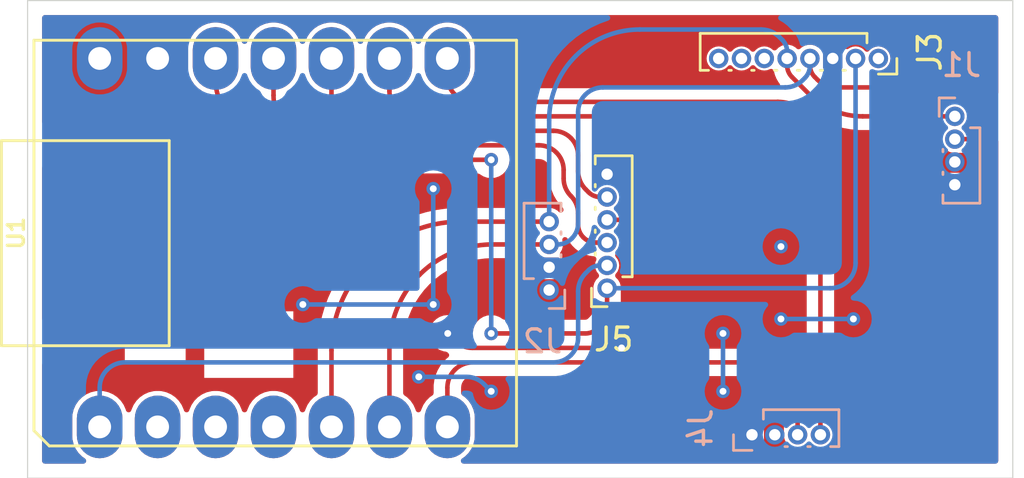
<source format=kicad_pcb>
(kicad_pcb (version 20240108) (generator "pcbnew") (generator_version "8.0")
  (layers (0 "F.Cu" signal) (31 "B.Cu" signal) (34 "B.Paste" user) (35 "F.Paste" user) (36 "B.SilkS" user "B.Silkscreen") (37 "F.SilkS" user "F.Silkscreen") (38 "B.Mask" user) (39 "F.Mask" user) (44 "Edge.Cuts" user))
  (net 0 "")
  (net 1 "VCC")
  (net 2 "scl")
  (net 3 "sda")
  (net 4 "GND")
  (net 8 "VDD")
  (net 10 "tx")
  (net 11 "rx")
  (net 15 "cs")
  (net 16 "sclk")
  (net 17 "miso")
  (net 18 "mosi")
  (footprint "Connector_PinSocket_1.00mm:PinSocket_1x08_P1.00mm_Vertical" (layer "F.Cu") (at 55.07 20.32 -90)
    (property "Reference" "J3" (at -0.29 -2.25 90) (layer "F.SilkS"))
    (property "Value" "imu")
    (fp_line (start -1.1 7.81) (end 0.52 7.81) (stroke (width 0.12)) (layer "F.SilkS"))
    (fp_line (start 0.52 7.445898) (end 0.52 7.81) (stroke (width 0.12)) (layer "F.SilkS"))
    (fp_line (start 0.52 6.445898) (end 0.52 6.554102) (stroke (width 0.12)) (layer "F.SilkS"))
    (fp_line (start 0.52 5.445898) (end 0.52 5.554102) (stroke (width 0.12)) (layer "F.SilkS"))
    (fp_line (start 0.52 4.445898) (end 0.52 4.554102) (stroke (width 0.12)) (layer "F.SilkS"))
    (fp_line (start 0.52 3.445898) (end 0.52 3.554102) (stroke (width 0.12)) (layer "F.SilkS"))
    (fp_line (start 0.52 2.445898) (end 0.52 2.554102) (stroke (width 0.12)) (layer "F.SilkS"))
    (fp_line (start 0.52 1.445898) (end 0.52 1.554102) (stroke (width 0.12)) (layer "F.SilkS"))
    (fp_line (start -1.1 0.5) (end -1.1 7.81) (stroke (width 0.12)) (layer "F.SilkS"))
    (fp_line (start -1.1 0.5) (end -0.685 0.5) (stroke (width 0.12)) (layer "F.SilkS"))
    (fp_line (start 0 -0.81) (end 0.685 -0.81) (stroke (width 0.12)) (layer "F.SilkS"))
    (fp_line (start 0.685 -0.81) (end 0.685 0) (stroke (width 0.12)) (layer "F.SilkS"))
    (pad "1" thru_hole circle (at 0 0 270) (size 0.85 0.85) (drill 0.5) (layers "*.Cu" "*.Mask") (clearance 0.1))
    (pad "2" thru_hole circle (at 0 1 270) (size 0.85 0.85) (drill 0.5) (layers "*.Cu" "*.Mask") (net 8 "VDD") (clearance 0.1))
    (pad "3" thru_hole rect (at 0 2 270) (size 0.85 0.85) (drill 0.5) (layers "*.Cu" "*.Mask") (net 4 "GND") (clearance 0.1))
    (pad "4" thru_hole circle (at 0 3 270) (size 0.85 0.85) (drill 0.5) (layers "*.Cu" "*.Mask") (net 2 "scl") (clearance 0.1))
    (pad "5" thru_hole circle (at 0 4 270) (size 0.85 0.85) (drill 0.5) (layers "*.Cu" "*.Mask") (net 3 "sda") (clearance 0.1))
    (pad "6" thru_hole circle (at 0 5 270) (size 0.85 0.85) (drill 0.5) (layers "*.Cu" "*.Mask") (clearance 0.1))
    (pad "7" thru_hole circle (at 0 6 270) (size 0.85 0.85) (drill 0.5) (layers "*.Cu" "*.Mask") (clearance 0.1))
    (pad "8" thru_hole circle (at 0 7 270) (size 0.85 0.85) (drill 0.5) (layers "*.Cu" "*.Mask") (clearance 0.1))
  )
  (footprint "Connector_PinSocket_1.00mm:PinSocket_1x06_P1.00mm_Vertical" (layer "F.Cu") (at 43.18 30.4 180)
    (property "Reference" "J5" (at -0.29 -2.25 180) (layer "F.SilkS"))
    (property "Value" "sd card")
    (fp_line (start 0.685 -0.81) (end 0.685 0) (stroke (width 0.12)) (layer "F.SilkS"))
    (fp_line (start 0.52 5.445898) (end 0.52 5.81) (stroke (width 0.12)) (layer "F.SilkS"))
    (fp_line (start 0.52 4.445898) (end 0.52 4.554102) (stroke (width 0.12)) (layer "F.SilkS"))
    (fp_line (start 0.52 3.445898) (end 0.52 3.554102) (stroke (width 0.12)) (layer "F.SilkS"))
    (fp_line (start 0.52 2.445898) (end 0.52 2.554102) (stroke (width 0.12)) (layer "F.SilkS"))
    (fp_line (start 0.52 1.445898) (end 0.52 1.554102) (stroke (width 0.12)) (layer "F.SilkS"))
    (fp_line (start 0 -0.81) (end 0.685 -0.81) (stroke (width 0.12)) (layer "F.SilkS"))
    (fp_line (start -1.1 5.81) (end 0.52 5.81) (stroke (width 0.12)) (layer "F.SilkS"))
    (fp_line (start -1.1 0.5) (end -0.685 0.5) (stroke (width 0.12)) (layer "F.SilkS"))
    (fp_line (start -1.1 0.5) (end -1.1 5.81) (stroke (width 0.12)) (layer "F.SilkS"))
    (pad "1" thru_hole oval (at 0 0 180) (size 0.85 0.85) (drill 0.5) (layers "*.Cu" "*.Mask") (net 8 "VDD") (clearance 0.1))
    (pad "2" thru_hole oval (at 0 1 180) (size 0.85 0.85) (drill 0.5) (layers "*.Cu" "*.Mask") (net 15 "cs") (clearance 0.1))
    (pad "3" thru_hole oval (at 0 2 180) (size 0.85 0.85) (drill 0.5) (layers "*.Cu" "*.Mask") (net 18 "mosi") (clearance 0.1))
    (pad "4" thru_hole oval (at 0 3 180) (size 0.85 0.85) (drill 0.5) (layers "*.Cu" "*.Mask") (net 16 "sclk") (clearance 0.1))
    (pad "5" thru_hole oval (at 0 4 180) (size 0.85 0.85) (drill 0.5) (layers "*.Cu" "*.Mask") (net 17 "miso") (clearance 0.1))
    (pad "6" thru_hole rect (at 0 5 180) (size 0.85 0.85) (drill 0.5) (layers "*.Cu" "*.Mask") (net 4 "GND") (clearance 0.1))
  )
  (footprint "xiao ESP32S3_PCB:MOUDLE14P-SMD-2.54-21X17.8MM" (layer "F.Cu") (at 39.05925 37.32 90)
    (property "Reference" "U1" (at 9.3345 -21.7805 90) (layer "F.SilkS") (effects (font (size 0.7 0.7))))
    (property "Value" "MOUDLE-SEEEDUINO-XIAO-ESP32S3")
    (fp_line (start 13.395 -22.424) (end 13.395 -15.072) (stroke (width 0.127)) (layer "F.SilkS"))
    (fp_line (start 4.4 -22.424) (end 13.395 -22.424) (stroke (width 0.127)) (layer "F.SilkS"))
    (fp_line (start 17.8 -21) (end 0.671541 -21) (stroke (width 0.127)) (layer "F.SilkS"))
    (fp_line (start 0.671541 -21) (end 0 -20.3285) (stroke (width 0.127)) (layer "F.SilkS"))
    (fp_line (start 0 -20.3285) (end 0 0.15) (stroke (width 0.127)) (layer "F.SilkS"))
    (fp_line (start 13.395 -15.072) (end 4.396 -15.072) (stroke (width 0.127)) (layer "F.SilkS"))
    (fp_line (start 4.396 -15.072) (end 4.396 -22.425) (stroke (width 0.127)) (layer "F.SilkS"))
    (fp_line (start 17.8 0.15) (end 17.8 -21) (stroke (width 0.127)) (layer "F.SilkS"))
    (fp_line (start 0 0.15) (end 17.8 0.15) (stroke (width 0.127)) (layer "F.SilkS"))
    (pad "1" thru_hole roundrect (at 0.835 -18.12 90) (size 2.75 2) (drill 1) (layers "*.Cu" "*.Mask") (roundrect_rratio 0.5) (net 15 "cs") (clearance 0.2))
    (pad "2" thru_hole roundrect (at 0.835 -15.58 90) (size 2.75 2) (drill 1) (layers "*.Cu" "*.Mask") (roundrect_rratio 0.5) (clearance 0.2))
    (pad "3" thru_hole roundrect (at 0.835 -13.04 90) (size 2.75 2) (drill 1) (layers "*.Cu" "*.Mask") (roundrect_rratio 0.5) (clearance 0.2))
    (pad "4" thru_hole roundrect (at 0.835 -10.5 90) (size 2.75 2) (drill 1) (layers "*.Cu" "*.Mask") (roundrect_rratio 0.5) (clearance 0.2))
    (pad "5" thru_hole roundrect (at 0.835 -7.96 90) (size 2.75 2) (drill 1) (layers "*.Cu" "*.Mask") (roundrect_rratio 0.5) (net 3 "sda") (clearance 0.2))
    (pad "6" thru_hole roundrect (at 0.835 -5.42 90) (size 2.75 2) (drill 1) (layers "*.Cu" "*.Mask") (roundrect_rratio 0.5) (net 2 "scl") (clearance 0.2))
    (pad "7" thru_hole roundrect (at 0.835 -2.88 90) (size 2.75 2) (drill 1) (layers "*.Cu" "*.Mask") (roundrect_rratio 0.5) (net 10 "tx") (clearance 0.2))
    (pad "8" thru_hole roundrect (at 17 -2.88 90) (size 2.75 2) (drill 1) (layers "*.Cu" "*.Mask") (roundrect_rratio 0.5) (net 11 "rx") (clearance 0.2))
    (pad "9" thru_hole roundrect (at 17 -5.42 90) (size 2.75 2) (drill 1) (layers "*.Cu" "*.Mask") (roundrect_rratio 0.5) (net 16 "sclk") (clearance 0.2))
    (pad "10" thru_hole roundrect (at 17 -7.96 90) (size 2.75 2) (drill 1) (layers "*.Cu" "*.Mask") (roundrect_rratio 0.5) (net 17 "miso") (clearance 0.2))
    (pad "11" thru_hole roundrect (at 17 -10.5 90) (size 2.75 2) (drill 1) (layers "*.Cu" "*.Mask") (roundrect_rratio 0.5) (net 18 "mosi") (clearance 0.2))
    (pad "12" thru_hole roundrect (at 17 -13.04 90) (size 2.75 2) (drill 1) (layers "*.Cu" "*.Mask") (roundrect_rratio 0.5) (net 8 "VDD") (clearance 0.2))
    (pad "13" thru_hole roundrect (at 17 -15.58 90) (size 2.75 2) (drill 1) (layers "*.Cu" "*.Mask") (roundrect_rratio 0) (chamfer_ratio 0.2) (chamfer) (net 4 "GND") (clearance 0.2))
    (pad "14" thru_hole roundrect (at 17 -18.12 90) (size 2.75 2) (drill 1) (layers "*.Cu" "*.Mask") (roundrect_rratio 0.5) (net 1 "VCC") (clearance 0.2))
    (zone (net 0) (net_name "") (layer "F.Cu") (connect_pads (clearance 0)) (min_thickness 0.01)
      (keepout (tracks not_allowed) (vias not_allowed) (pads not_allowed) (copperpour not_allowed) (footprints allowed))
      (fill (thermal_gap 0.508) (thermal_bridge_width 0.508))
      (polygon (pts (xy 17.97725 25.001) (xy 17.97725 23.223) (xy 20.64425 23.223) (xy 20.64425 25.001)))
    )
    (zone (net 0) (net_name "") (layer "F.Cu") (connect_pads (clearance 0)) (min_thickness 0.01)
      (keepout (tracks not_allowed) (vias not_allowed) (pads not_allowed) (copperpour not_allowed) (footprints allowed))
      (fill (thermal_gap 0.508) (thermal_bridge_width 0.508))
      (polygon (pts (xy 17.97725 33.637) (xy 17.97725 31.859) (xy 20.64425 31.859) (xy 20.64425 33.637)))
    )
    (zone (net 0) (net_name "") (layer "F.Cu") (connect_pads (clearance 0)) (min_thickness 0.01)
      (keepout (tracks not_allowed) (vias not_allowed) (pads not_allowed) (copperpour not_allowed) (footprints allowed))
      (fill (thermal_gap 0.508) (thermal_bridge_width 0.508))
      (polygon (pts (xy 18.73925 30.97) (xy 18.73925 25.763) (xy 28.89725 25.763) (xy 28.89725 30.97)))
    )
    (zone (net 0) (net_name "") (layer "F.Cu") (connect_pads (clearance 0)) (min_thickness 0.01)
      (keepout (tracks not_allowed) (vias not_allowed) (pads not_allowed) (copperpour not_allowed) (footprints allowed))
      (fill (thermal_gap 0.508) (thermal_bridge_width 0.508))
      (polygon (pts (xy 22.04125 25.001) (xy 22.04125 23.223) (xy 24.70825 23.223) (xy 24.70825 25.001)))
    )
    (zone (net 0) (net_name "") (layer "F.Cu") (connect_pads (clearance 0)) (min_thickness 0.01)
      (keepout (tracks not_allowed) (vias not_allowed) (pads not_allowed) (copperpour not_allowed) (footprints allowed))
      (fill (thermal_gap 0.508) (thermal_bridge_width 0.508))
      (polygon (pts (xy 22.04125 33.637) (xy 22.04125 31.859) (xy 24.70825 31.859) (xy 24.70825 33.637)))
    )
    (zone (net 0) (net_name "") (layer "F.Cu") (connect_pads (clearance 0)) (min_thickness 0.01)
      (keepout (tracks not_allowed) (vias not_allowed) (pads not_allowed) (copperpour not_allowed) (footprints allowed))
      (fill (thermal_gap 0.508) (thermal_bridge_width 0.508))
      (polygon (pts (xy 25.52275 34.3355) (xy 25.52275 31.4145) (xy 29.42775 31.4145) (xy 29.42775 34.3355)))
    )
    (zone (net 0) (net_name "") (layer "F.Cu") (connect_pads (clearance 0)) (min_thickness 0.01)
      (keepout (tracks not_allowed) (vias not_allowed) (pads not_allowed) (copperpour not_allowed) (footprints allowed))
      (fill (thermal_gap 0.508) (thermal_bridge_width 0.508))
      (polygon (pts (xy 28.89925 29.328) (xy 28.89925 25.264) (xy 32.50925 25.264) (xy 32.50925 29.328)))
    )
  )
  (footprint "Connector_PinSocket_1.00mm:PinSocket_1x04_P1.00mm_Vertical" (layer "B.Cu") (at 49.53 36.83 -90)
    (property "Reference" "J4" (at -0.29 2.25 90) (layer "B.SilkS") (effects (justify mirror)))
    (property "Value" "gps")
    (fp_line (start 0.685 0.81) (end 0 0.81) (stroke (width 0.12)) (layer "B.SilkS"))
    (fp_line (start 0.685 0) (end 0.685 0.81) (stroke (width 0.12)) (layer "B.SilkS"))
    (fp_line (start -0.685 -0.5) (end -1.1 -0.5) (stroke (width 0.12)) (layer "B.SilkS"))
    (fp_line (start 0.52 -1.554102) (end 0.52 -1.445898) (stroke (width 0.12)) (layer "B.SilkS"))
    (fp_line (start 0.52 -2.554102) (end 0.52 -2.445898) (stroke (width 0.12)) (layer "B.SilkS"))
    (fp_line (start -1.1 -3.81) (end -1.1 -0.5) (stroke (width 0.12)) (layer "B.SilkS"))
    (fp_line (start 0.52 -3.81) (end 0.52 -3.445898) (stroke (width 0.12)) (layer "B.SilkS"))
    (fp_line (start 0.52 -3.81) (end -1.1 -3.81) (stroke (width 0.12)) (layer "B.SilkS"))
    (pad "1" thru_hole rect (at 0 0 270) (size 0.85 0.85) (drill 0.5) (layers "*.Cu" "*.Mask") (net 4 "GND") (clearance 0.1))
    (pad "2" thru_hole oval (at 0 -1 270) (size 0.85 0.85) (drill 0.5) (layers "*.Cu" "*.Mask") (net 1 "VCC") (clearance 0.1))
    (pad "3" thru_hole oval (at 0 -2 270) (size 0.85 0.85) (drill 0.5) (layers "*.Cu" "*.Mask") (net 10 "tx") (clearance 0.1))
    (pad "4" thru_hole oval (at 0 -3 270) (size 0.85 0.85) (drill 0.5) (layers "*.Cu" "*.Mask") (net 11 "rx") (clearance 0.1))
  )
  (footprint "Connector_PinSocket_1.00mm:PinSocket_1x04_P1.00mm_Vertical" (layer "B.Cu") (at 40.64 30.48)
    (property "Reference" "J2" (at -0.29 2.25 360) (layer "B.SilkS") (effects (justify mirror)))
    (property "Value" "barometer")
    (fp_line (start -1.1 -3.81) (end -1.1 -0.5) (stroke (width 0.12)) (layer "B.SilkS"))
    (fp_line (start -0.685 -0.5) (end -1.1 -0.5) (stroke (width 0.12)) (layer "B.SilkS"))
    (fp_line (start 0.52 -3.81) (end -1.1 -3.81) (stroke (width 0.12)) (layer "B.SilkS"))
    (fp_line (start 0.52 -3.81) (end 0.52 -3.445898) (stroke (width 0.12)) (layer "B.SilkS"))
    (fp_line (start 0.52 -2.554102) (end 0.52 -2.445898) (stroke (width 0.12)) (layer "B.SilkS"))
    (fp_line (start 0.52 -1.554102) (end 0.52 -1.445898) (stroke (width 0.12)) (layer "B.SilkS"))
    (fp_line (start 0.685 0) (end 0.685 0.81) (stroke (width 0.12)) (layer "B.SilkS"))
    (fp_line (start 0.685 0.81) (end 0 0.81) (stroke (width 0.12)) (layer "B.SilkS"))
    (pad "1" thru_hole oval (at 0 0) (size 0.85 0.85) (drill 0.5) (layers "*.Cu" "*.Mask") (net 1 "VCC") (clearance 0.1))
    (pad "2" thru_hole rect (at 0 -1) (size 0.85 0.85) (drill 0.5) (layers "*.Cu" "*.Mask") (net 4 "GND") (clearance 0.1))
    (pad "3" thru_hole oval (at 0 -2) (size 0.85 0.85) (drill 0.5) (layers "*.Cu" "*.Mask") (net 2 "scl") (clearance 0.1))
    (pad "4" thru_hole oval (at 0 -3) (size 0.85 0.85) (drill 0.5) (layers "*.Cu" "*.Mask") (net 3 "sda") (clearance 0.1))
  )
  (footprint "Connector_PinSocket_1.00mm:PinSocket_1x04_P1.00mm_Vertical" (layer "B.Cu") (at 58.42 22.86 180)
    (property "Reference" "J1" (at -0.29 2.25 180) (layer "B.SilkS") (effects (justify mirror)))
    (property "Value" "display")
    (fp_line (start 0.685 0.81) (end 0 0.81) (stroke (width 0.12)) (layer "B.SilkS"))
    (fp_line (start 0.685 0) (end 0.685 0.81) (stroke (width 0.12)) (layer "B.SilkS"))
    (fp_line (start 0.52 -1.554102) (end 0.52 -1.445898) (stroke (width 0.12)) (layer "B.SilkS"))
    (fp_line (start 0.52 -2.554102) (end 0.52 -2.445898) (stroke (width 0.12)) (layer "B.SilkS"))
    (fp_line (start 0.52 -3.81) (end 0.52 -3.445898) (stroke (width 0.12)) (layer "B.SilkS"))
    (fp_line (start 0.52 -3.81) (end -1.1 -3.81) (stroke (width 0.12)) (layer "B.SilkS"))
    (fp_line (start -0.685 -0.5) (end -1.1 -0.5) (stroke (width 0.12)) (layer "B.SilkS"))
    (fp_line (start -1.1 -3.81) (end -1.1 -0.5) (stroke (width 0.12)) (layer "B.SilkS"))
    (pad "1" thru_hole circle (at 0 0 180) (size 0.85 0.85) (drill 0.5) (layers "*.Cu" "*.Mask") (net 3 "sda") (clearance 0.1))
    (pad "2" thru_hole circle (at 0 -1 180) (size 0.85 0.85) (drill 0.5) (layers "*.Cu" "*.Mask") (net 2 "scl") (clearance 0.1))
    (pad "3" thru_hole circle (at 0 -2 180) (size 0.85 0.85) (drill 0.5) (layers "*.Cu" "*.Mask") (net 1 "VCC") (clearance 0.1))
    (pad "4" thru_hole rect (at 0 -3 180) (size 0.85 0.85) (drill 0.5) (layers "*.Cu" "*.Mask") (net 4 "GND") (clearance 0.1))
  )
  (gr_line (start 60.96 17.78) (end 17.78 17.78) (stroke (width 0.05)) (layer "Edge.Cuts"))
  (gr_line (start 60.96 38.735) (end 60.96 17.78) (stroke (width 0.05)) (layer "Edge.Cuts"))
  (gr_line (start 17.78 17.78) (end 17.78 38.735) (stroke (width 0.05)) (layer "Edge.Cuts"))
  (gr_line (start 17.78 38.735) (end 60.96 38.735) (stroke (width 0.05)) (layer "Edge.Cuts"))
  (segment (start 50.8 28.8925) (end 50.8 29.5275) (width 0.2) (layer "F.Cu") (net 1))
  (segment (start 50.8 31.75) (end 50.8 29.5275) (width 0.2) (layer "F.Cu") (net 1))
  (segment (start 50.8 28.575) (end 50.8 28.8925) (width 0.2) (layer "F.Cu") (net 1))
  (via (at 53.975 31.75) (size 0.6) (drill 0.3) (layers "F.Cu" "B.Cu") (net 1))
  (via (at 50.8 31.75) (size 0.6) (drill 0.3) (layers "F.Cu" "B.Cu") (net 1))
  (via (at 34.925 34.29) (size 0.6) (drill 0.3) (layers "F.Cu" "B.Cu") (net 1))
  (via (at 48.26 32.385) (size 0.6) (drill 0.3) (layers "F.Cu" "B.Cu") (net 1))
  (via (at 50.8 28.575) (size 0.6) (drill 0.3) (layers "F.Cu" "B.Cu") (net 1))
  (via (at 38.1 34.925) (size 0.6) (drill 0.3) (layers "F.Cu" "B.Cu") (net 1))
  (via (at 35.56 31.115) (size 0.6) (drill 0.3) (layers "F.Cu" "B.Cu") (net 1))
  (via (at 35.56 26.035) (size 0.6) (drill 0.3) (layers "F.Cu" "B.Cu") (net 1))
  (via (at 48.26 34.925) (size 0.6) (drill 0.3) (layers "F.Cu" "B.Cu") (net 1))
  (via (at 29.845 31.115) (size 0.6) (drill 0.3) (layers "F.Cu" "B.Cu") (net 1))
  (segment (start 35.56 31.115) (end 35.56 26.035) (width 0.2) (layer "B.Cu") (net 1))
  (segment (start 29.845 31.115) (end 35.56 31.115) (width 0.2) (layer "B.Cu") (net 1))
  (segment (start 53.6575 31.75) (end 53.975 31.75) (width 0.2) (layer "B.Cu") (net 1))
  (segment (start 37.015987 34.29) (end 34.925 34.29) (width 0.2) (layer "B.Cu") (net 1))
  (segment (start 48.26 32.385) (end 48.26 34.925) (width 0.2) (layer "B.Cu") (net 1))
  (segment (start 37.7825 34.6075) (end 38.1 34.925) (width 0.2) (layer "B.Cu") (net 1))
  (segment (start 53.0225 31.75) (end 50.8 31.75) (width 0.2) (layer "B.Cu") (net 1))
  (segment (start 53.6575 31.75) (end 53.0225 31.75) (width 0.2) (layer "B.Cu") (net 1))
  (arc (start 37.7825 34.6075) (mid 37.43082 34.372515) (end 37.015987 34.29) (width 0.2) (layer "B.Cu") (net 1))
  (segment (start 52.07 20.62052) (end 52.07 20.32) (width 0.2) (layer "F.Cu") (net 2))
  (segment (start 59.066906 23.86) (end 58.42 23.86) (width 0.2) (layer "F.Cu") (net 2))
  (segment (start 38.164363 28.48) (end 40.64 28.48) (width 0.2) (layer "F.Cu") (net 2))
  (segment (start 58.605987 21.59) (end 53.211986 21.59) (width 0.2) (layer "F.Cu") (net 2))
  (segment (start 52.40448 21.25552) (end 52.282499 21.133539) (width 0.2) (layer "F.Cu") (net 2))
  (segment (start 33.63925 33.005113) (end 33.63925 36.485) (width 0.2) (layer "F.Cu") (net 2))
  (segment (start 59.69 22.674012) (end 59.69 23.236906) (width 0.2) (layer "F.Cu") (net 2))
  (arc (start 52.40448 21.25552) (mid 52.774966 21.503071) (end 53.211986 21.59) (width 0.2) (layer "F.Cu") (net 2))
  (arc (start 59.5075 23.6775) (mid 59.305353 23.812569) (end 59.066906 23.86) (width 0.2) (layer "F.Cu") (net 2))
  (arc (start 34.964625 29.805375) (mid 33.983703 31.273427) (end 33.63925 33.005113) (width 0.2) (layer "F.Cu") (net 2))
  (arc (start 38.164363 28.48) (mid 36.432677 28.824453) (end 34.964625 29.805375) (width 0.2) (layer "F.Cu") (net 2))
  (arc (start 59.3725 21.9075) (mid 59.607484 22.259178) (end 59.69 22.674012) (width 0.2) (layer "F.Cu") (net 2))
  (arc (start 52.07 20.62052) (mid 52.125226 20.898164) (end 52.282499 21.133539) (width 0.2) (layer "F.Cu") (net 2))
  (arc (start 59.3725 21.9075) (mid 59.02082 21.672515) (end 58.605987 21.59) (width 0.2) (layer "F.Cu") (net 2))
  (arc (start 59.69 23.236906) (mid 59.642569 23.475353) (end 59.5075 23.6775) (width 0.2) (layer "F.Cu") (net 2))
  (segment (start 51.752499 21.272499) (end 51.845493 21.179506) (width 0.2) (layer "B.Cu") (net 2))
  (segment (start 52.07 20.6375) (end 52.07 20.32) (width 0.2) (layer "B.Cu") (net 2))
  (segment (start 42.994012 21.59) (end 50.985987 21.59) (width 0.2) (layer "B.Cu") (net 2))
  (segment (start 41.005 28.48) (end 40.64 28.48) (width 0.2) (layer "B.Cu") (net 2))
  (segment (start 41.91 27.558162) (end 41.91 22.674012) (width 0.2) (layer "B.Cu") (net 2))
  (segment (start 41.639999 28.209999) (end 41.628093 28.221906) (width 0.2) (layer "B.Cu") (net 2))
  (arc (start 41.628093 28.221906) (mid 41.342215 28.412923) (end 41.005 28.48) (width 0.2) (layer "B.Cu") (net 2))
  (arc (start 42.2275 21.9075) (mid 41.992515 22.259178) (end 41.91 22.674012) (width 0.2) (layer "B.Cu") (net 2))
  (arc (start 51.752499 21.272499) (mid 51.40082 21.507484) (end 50.985987 21.59) (width 0.2) (layer "B.Cu") (net 2))
  (arc (start 41.91 27.558162) (mid 41.839829 27.910933) (end 41.639999 28.209999) (width 0.2) (layer "B.Cu") (net 2))
  (arc (start 42.994012 21.59) (mid 42.579178 21.672515) (end 42.2275 21.9075) (width 0.2) (layer "B.Cu") (net 2))
  (arc (start 52.07 20.6375) (mid 52.011652 20.930831) (end 51.845493 21.179506) (width 0.2) (layer "B.Cu") (net 2))
  (segment (start 52.03948 21.89052) (end 51.282499 21.133539) (width 0.2) (layer "F.Cu") (net 3))
  (segment (start 54.380011 22.86) (end 58.42 22.86) (width 0.2) (layer "F.Cu") (net 3))
  (segment (start 36.752635 27.48) (end 40.64 27.48) (width 0.2) (layer "F.Cu") (net 3))
  (segment (start 51.07 20.62052) (end 51.07 20.32) (width 0.2) (layer "F.Cu") (net 3))
  (segment (start 32.904878 29.073792) (end 32.693042 29.285629) (width 0.2) (layer "F.Cu") (net 3))
  (segment (start 31.09925 33.133385) (end 31.09925 36.485) (width 0.2) (layer "F.Cu") (net 3))
  (arc (start 51.07 20.62052) (mid 51.125226 20.898164) (end 51.282499 21.133539) (width 0.2) (layer "F.Cu") (net 3))
  (arc (start 32.693042 29.285629) (mid 31.513463 31.050994) (end 31.09925 33.133385) (width 0.2) (layer "F.Cu") (net 3))
  (arc (start 36.752635 27.48) (mid 34.670244 27.894213) (end 32.904878 29.073792) (width 0.2) (layer "F.Cu") (net 3))
  (arc (start 52.03948 21.89052) (mid 53.113324 22.60804) (end 54.380011 22.86) (width 0.2) (layer "F.Cu") (net 3))
  (segment (start 51.07 20.01948) (end 51.07 20.32) (width 0.2) (layer "B.Cu") (net 3))
  (segment (start 44.611534 19.05) (end 49.928013 19.05) (width 0.2) (layer "B.Cu") (net 3))
  (segment (start 40.64 23.021534) (end 40.64 27.48) (width 0.2) (layer "B.Cu") (net 3))
  (segment (start 50.73552 19.38448) (end 50.8575 19.50646) (width 0.2) (layer "B.Cu") (net 3))
  (arc (start 50.73552 19.38448) (mid 50.365032 19.136928) (end 49.928013 19.05) (width 0.2) (layer "B.Cu") (net 3))
  (arc (start 50.8575 19.50646) (mid 51.014773 19.741835) (end 51.07 20.01948) (width 0.2) (layer "B.Cu") (net 3))
  (arc (start 41.803235 20.213235) (mid 40.942314 21.501693) (end 40.64 23.021534) (width 0.2) (layer "B.Cu") (net 3))
  (arc (start 44.611534 19.05) (mid 43.091693 19.352314) (end 41.803235 20.213235) (width 0.2) (layer "B.Cu") (net 3))
  (segment (start 36.195 32.385) (end 36.5125 32.7025) (width 0.2) (layer "F.Cu") (net 4))
  (segment (start 43.815 33.02) (end 37.279012 33.02) (width 0.2) (layer "F.Cu") (net 4))
  (via (at 43.815 33.02) (size 0.6) (drill 0.3) (layers "F.Cu" "B.Cu") (net 4))
  (via (at 36.195 32.385) (size 0.6) (drill 0.3) (layers "F.Cu" "B.Cu") (net 4))
  (arc (start 36.5125 32.7025) (mid 36.864178 32.937484) (end 37.279012 33.02) (width 0.2) (layer "F.Cu") (net 4))
  (segment (start 26.01925 21.264625) (end 26.01925 20.32) (width 0.2) (layer "F.Cu") (net 8))
  (segment (start 38.1 32.385) (end 41.5925 32.385) (width 0.2) (layer "F.Cu") (net 8))
  (segment (start 43.18 31.300987) (end 43.18 30.4) (width 0.2) (layer "F.Cu") (net 8))
  (segment (start 26.6872 22.8772) (end 27.297125 23.487125) (width 0.2) (layer "F.Cu") (net 8))
  (segment (start 30.382188 24.765) (end 38.1 24.765) (width 0.2) (layer "F.Cu") (net 8))
  (segment (start 42.769506 32.160493) (end 42.8625 32.0675) (width 0.2) (layer "F.Cu") (net 8))
  (segment (start 42.2275 32.385) (end 41.5925 32.385) (width 0.2) (layer "F.Cu") (net 8))
  (via (at 38.1 24.765) (size 0.6) (drill 0.3) (layers "F.Cu" "B.Cu") (net 8))
  (via (at 38.1 32.385) (size 0.6) (drill 0.3) (layers "F.Cu" "B.Cu") (net 8))
  (arc (start 26.01925 21.264625) (mid 26.192844 22.137344) (end 26.6872 22.8772) (width 0.2) (layer "F.Cu") (net 8))
  (arc (start 27.297125 23.487125) (mid 28.712563 24.432891) (end 30.382188 24.765) (width 0.2) (layer "F.Cu") (net 8))
  (arc (start 43.18 31.300987) (mid 43.097484 31.71582) (end 42.8625 32.0675) (width 0.2) (layer "F.Cu") (net 8))
  (arc (start 42.769506 32.160493) (mid 42.520831 32.326652) (end 42.2275 32.385) (width 0.2) (layer "F.Cu") (net 8))
  (segment (start 43.22 30.4) (end 43.14 30.4) (width 0.2) (layer "B.Cu") (net 8))
  (segment (start 43.14 30.4) (end 43.1 30.4) (width 0.2) (layer "B.Cu") (net 8))
  (segment (start 38.1 32.385) (end 38.1 24.765) (width 0.2) (layer "B.Cu") (net 8))
  (segment (start 43.22 30.4) (end 52.96038 30.4) (width 0.2) (layer "B.Cu") (net 8))
  (segment (start 54.07 29.29038) (end 54.07 20.32) (width 0.2) (layer "B.Cu") (net 8))
  (arc (start 54.07 29.29038) (mid 53.985535 29.715013) (end 53.745 30.075) (width 0.2) (layer "B.Cu") (net 8))
  (arc (start 53.745 30.075) (mid 53.385013 30.315535) (end 52.96038 30.4) (width 0.2) (layer "B.Cu") (net 8))
  (segment (start 51.53 34.901187) (end 51.53 36.83) (width 0.2) (layer "F.Cu") (net 10))
  (segment (start 36.17925 34.765899) (end 36.17925 36.485) (width 0.2) (layer "F.Cu") (net 10))
  (segment (start 37.290149 33.655) (end 50.283812 33.655) (width 0.2) (layer "F.Cu") (net 10))
  (arc (start 37.290149 33.655) (mid 36.865026 33.739562) (end 36.504625 33.980375) (width 0.2) (layer "F.Cu") (net 10))
  (arc (start 51.165 34.02) (mid 50.760707 33.74986) (end 50.283812 33.655) (width 0.2) (layer "F.Cu") (net 10))
  (arc (start 36.504625 33.980375) (mid 36.263812 34.340776) (end 36.17925 34.765899) (width 0.2) (layer "F.Cu") (net 10))
  (arc (start 51.165 34.02) (mid 51.435139 34.424292) (end 51.53 34.901187) (width 0.2) (layer "F.Cu") (net 10))
  (segment (start 37.290149 22.225) (end 50.660718 22.225) (width 0.2) (layer "F.Cu") (net 11))
  (segment (start 52.53 24.094281) (end 52.53 36.83) (width 0.2) (layer "F.Cu") (net 11))
  (segment (start 36.17925 21.1141) (end 36.17925 20.32) (width 0.2) (layer "F.Cu") (net 11))
  (arc (start 51.9825 22.7725) (mid 51.376061 22.36729) (end 50.660718 22.225) (width 0.2) (layer "F.Cu") (net 11))
  (arc (start 51.9825 22.7725) (mid 52.387709 23.378938) (end 52.53 24.094281) (width 0.2) (layer "F.Cu") (net 11))
  (arc (start 36.504625 21.899625) (mid 36.865026 22.140437) (end 37.290149 22.225) (width 0.2) (layer "F.Cu") (net 11))
  (arc (start 36.17925 21.1141) (mid 36.263812 21.539223) (end 36.504625 21.899625) (width 0.2) (layer "F.Cu") (net 11))
  (segment (start 22.050149 33.655) (end 40.825987 33.655) (width 0.2) (layer "B.Cu") (net 15))
  (segment (start 41.91 30.541986) (end 41.91 32.570987) (width 0.2) (layer "B.Cu") (net 15))
  (segment (start 42.36646 29.612499) (end 42.24448 29.73448) (width 0.2) (layer "B.Cu") (net 15))
  (segment (start 42.87948 29.4) (end 43.18 29.4) (width 0.2) (layer "B.Cu") (net 15))
  (segment (start 20.93925 34.765899) (end 20.93925 36.485) (width 0.2) (layer "B.Cu") (net 15))
  (arc (start 21.264625 33.980375) (mid 21.023812 34.340776) (end 20.93925 34.765899) (width 0.2) (layer "B.Cu") (net 15))
  (arc (start 41.91 32.570987) (mid 41.827484 32.98582) (end 41.5925 33.3375) (width 0.2) (layer "B.Cu") (net 15))
  (arc (start 42.87948 29.4) (mid 42.601835 29.455226) (end 42.36646 29.612499) (width 0.2) (layer "B.Cu") (net 15))
  (arc (start 41.5925 33.3375) (mid 41.24082 33.572484) (end 40.825987 33.655) (width 0.2) (layer "B.Cu") (net 15))
  (arc (start 42.24448 29.73448) (mid 41.996928 30.104966) (end 41.91 30.541986) (width 0.2) (layer "B.Cu") (net 15))
  (arc (start 22.050149 33.655) (mid 21.625026 33.739562) (end 21.264625 33.980375) (width 0.2) (layer "B.Cu") (net 15))
  (segment (start 44.4975 27.2575) (end 44.4025 27.3525) (width 0.2) (layer "F.Cu") (net 16))
  (segment (start 44.860493 26.894506) (end 44.4975 27.2575) (width 0.2) (layer "F.Cu") (net 16))
  (segment (start 43.192652 27.4) (end 43.167347 27.4) (width 0.2) (layer "F.Cu") (net 16))
  (segment (start 33.63925 21.7491) (end 33.63925 20.32) (width 0.2) (layer "F.Cu") (net 16))
  (segment (start 43.192652 27.4) (end 44.287824 27.4) (width 0.2) (layer "F.Cu") (net 16))
  (segment (start 45.085 25.7175) (end 45.085 26.3525) (width 0.2) (layer "F.Cu") (net 16))
  (segment (start 44.000987 22.86) (end 34.750149 22.86) (width 0.2) (layer "F.Cu") (net 16))
  (segment (start 43.167347 27.4) (end 43.154695 27.4) (width 0.2) (layer "F.Cu") (net 16))
  (segment (start 45.085 23.944012) (end 45.085 25.7175) (width 0.2) (layer "F.Cu") (net 16))
  (arc (start 33.964625 22.534625) (mid 34.325026 22.775437) (end 34.750149 22.86) (width 0.2) (layer "F.Cu") (net 16))
  (arc (start 45.085 26.3525) (mid 45.026652 26.645831) (end 44.860493 26.894506) (width 0.2) (layer "F.Cu") (net 16))
  (arc (start 44.4025 27.3525) (mid 44.349886 27.387655) (end 44.287824 27.4) (width 0.2) (layer "F.Cu") (net 16))
  (arc (start 33.63925 21.7491) (mid 33.723812 22.174223) (end 33.964625 22.534625) (width 0.2) (layer "F.Cu") (net 16))
  (arc (start 44.7675 23.1775) (mid 44.41582 22.942515) (end 44.000987 22.86) (width 0.2) (layer "F.Cu") (net 16))
  (arc (start 44.7675 23.1775) (mid 45.002484 23.529178) (end 45.085 23.944012) (width 0.2) (layer "F.Cu") (net 16))
  (segment (start 42.87948 26.4) (end 43.18 26.4) (width 0.2) (layer "F.Cu") (net 17))
  (segment (start 41.91 25.258013) (end 41.91 24.579012) (width 0.2) (layer "F.Cu") (net 17))
  (segment (start 31.115 22.5425) (end 31.115 22.236136) (width 0.2) (layer "F.Cu") (net 17))
  (segment (start 31.09925 22.198113) (end 31.09925 20.32) (width 0.2) (layer "F.Cu") (net 17))
  (segment (start 40.825987 23.495) (end 32.199012 23.495) (width 0.2) (layer "F.Cu") (net 17))
  (segment (start 31.339506 23.084506) (end 31.4325 23.1775) (width 0.2) (layer "F.Cu") (net 17))
  (segment (start 42.24448 26.06552) (end 42.36646 26.1875) (width 0.2) (layer "F.Cu") (net 17))
  (arc (start 31.4325 23.1775) (mid 31.784178 23.412484) (end 32.199012 23.495) (width 0.2) (layer "F.Cu") (net 17))
  (arc (start 42.36646 26.1875) (mid 42.601835 26.344773) (end 42.87948 26.4) (width 0.2) (layer "F.Cu") (net 17))
  (arc (start 31.107125 22.217125) (mid 31.112953 22.225847) (end 31.115 22.236136) (width 0.2) (layer "F.Cu") (net 17))
  (arc (start 41.91 25.258013) (mid 41.996928 25.695032) (end 42.24448 26.06552) (width 0.2) (layer "F.Cu") (net 17))
  (arc (start 41.5925 23.8125) (mid 41.24082 23.577515) (end 40.825987 23.495) (width 0.2) (layer "F.Cu") (net 17))
  (arc (start 31.115 22.5425) (mid 31.173347 22.835831) (end 31.339506 23.084506) (width 0.2) (layer "F.Cu") (net 17))
  (arc (start 41.5925 23.8125) (mid 41.827484 24.164178) (end 41.91 24.579012) (width 0.2) (layer "F.Cu") (net 17))
  (arc (start 31.09925 22.198113) (mid 31.101296 22.208402) (end 31.107125 22.217125) (width 0.2) (layer "F.Cu") (net 17))
  (segment (start 42.695269 28.4) (end 43.18 28.4) (width 0.2) (layer "F.Cu") (net 18))
  (segment (start 41.275 25.214012) (end 41.275 25.585987) (width 0.2) (layer "F.Cu") (net 18))
  (segment (start 30.754162 24.13) (end 40.190987 24.13) (width 0.2) (layer "F.Cu") (net 18))
  (segment (start 41.91 27.119012) (end 41.91 27.61473) (width 0.2) (layer "F.Cu") (net 18))
  (segment (start 28.55925 21.935087) (end 28.55925 20.32) (width 0.2) (layer "F.Cu") (net 18))
  (arc (start 42.14 28.17) (mid 42.394759 28.340224) (end 42.695269 28.4) (width 0.2) (layer "F.Cu") (net 18))
  (arc (start 40.9575 24.4475) (mid 40.60582 24.212515) (end 40.190987 24.13) (width 0.2) (layer "F.Cu") (net 18))
  (arc (start 41.5925 26.3525) (mid 41.827484 26.704178) (end 41.91 27.119012) (width 0.2) (layer "F.Cu") (net 18))
  (arc (start 41.91 27.61473) (mid 41.969775 27.91524) (end 42.14 28.17) (width 0.2) (layer "F.Cu") (net 18))
  (arc (start 41.275 25.585987) (mid 41.357515 26.00082) (end 41.5925 26.3525) (width 0.2) (layer "F.Cu") (net 18))
  (arc (start 40.9575 24.4475) (mid 41.192484 24.799178) (end 41.275 25.214012) (width 0.2) (layer "F.Cu") (net 18))
  (arc (start 28.55925 21.935087) (mid 28.726327 22.775044) (end 29.202125 23.487125) (width 0.2) (layer "F.Cu") (net 18))
  (arc (start 29.202125 23.487125) (mid 29.914205 23.962922) (end 30.754162 24.13) (width 0.2) (layer "F.Cu") (net 18))
  (segment (start 28.55925 21.57425) (end 28.55925 20.32) (width 0.2) (layer "B.Cu") (net 18))
  (zone (net 1) (net_name "VCC") (layer "F.Cu") (name "5v") (priority 1) (connect_pads yes (clearance 0.5)) (min_thickness 0.25) (fill yes (thermal_gap 0.5) (thermal_bridge_width 0.5))
    (polygon (pts (xy 60.325 18.415) (xy 18.415 18.415) (xy 18.415 38.1) (xy 60.325 38.1)))
  )
  (zone (net 4) (net_name "GND") (layer "B.Cu") (connect_pads yes (clearance 0.5)) (min_thickness 0.25) (fill yes (thermal_gap 0.5) (thermal_bridge_width 0.5))
    (polygon (pts (xy 60.325 18.415) (xy 18.415 18.415) (xy 18.415 38.1) (xy 60.325 38.1)))
  )
)
</source>
